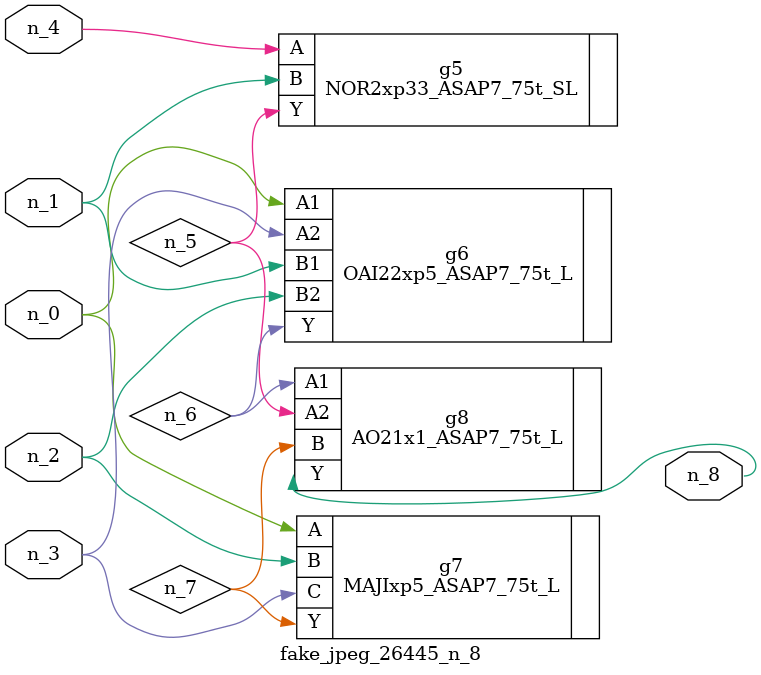
<source format=v>
module fake_jpeg_26445_n_8 (n_3, n_2, n_1, n_0, n_4, n_8);

input n_3;
input n_2;
input n_1;
input n_0;
input n_4;

output n_8;

wire n_6;
wire n_5;
wire n_7;

NOR2xp33_ASAP7_75t_SL g5 ( 
.A(n_4),
.B(n_1),
.Y(n_5)
);

OAI22xp5_ASAP7_75t_L g6 ( 
.A1(n_0),
.A2(n_3),
.B1(n_1),
.B2(n_2),
.Y(n_6)
);

MAJIxp5_ASAP7_75t_L g7 ( 
.A(n_0),
.B(n_2),
.C(n_3),
.Y(n_7)
);

AO21x1_ASAP7_75t_L g8 ( 
.A1(n_6),
.A2(n_5),
.B(n_7),
.Y(n_8)
);


endmodule
</source>
